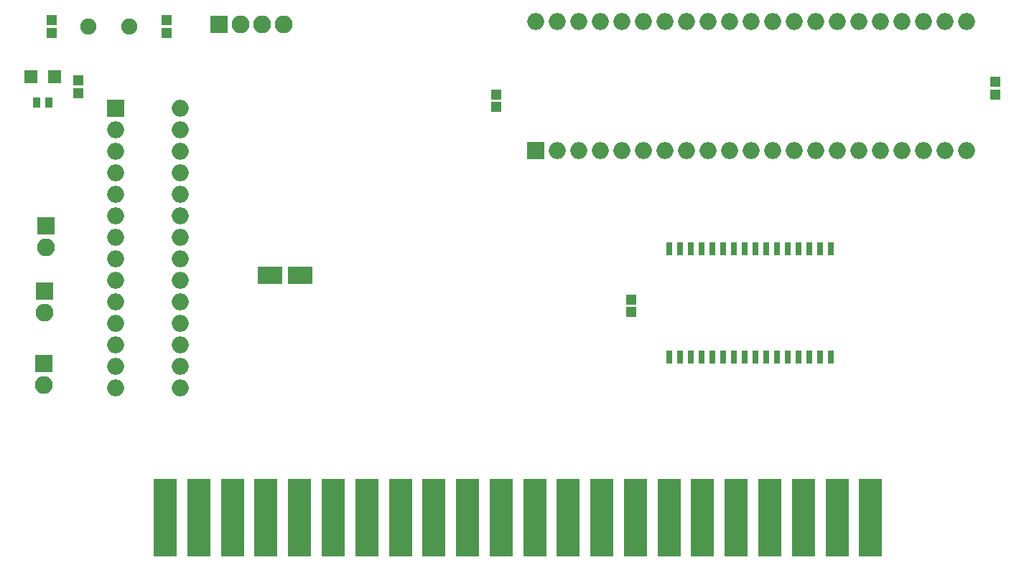
<source format=gbr>
G04 #@! TF.FileFunction,Soldermask,Top*
%FSLAX46Y46*%
G04 Gerber Fmt 4.6, Leading zero omitted, Abs format (unit mm)*
G04 Created by KiCad (PCBNEW 4.0.7) date 07/13/18 16:04:22*
%MOMM*%
%LPD*%
G01*
G04 APERTURE LIST*
%ADD10C,0.100000*%
%ADD11R,2.000000X2.000000*%
%ADD12O,2.000000X2.000000*%
%ADD13R,1.150000X1.200000*%
%ADD14R,3.000000X2.000000*%
%ADD15R,1.500000X1.500000*%
%ADD16R,2.100000X2.100000*%
%ADD17O,2.100000X2.100000*%
%ADD18R,0.900000X1.300000*%
%ADD19C,1.900000*%
%ADD20R,2.800000X9.200000*%
%ADD21R,0.800000X1.600000*%
G04 APERTURE END LIST*
D10*
D11*
X109080300Y-60985400D03*
D12*
X159880300Y-45745400D03*
X111620300Y-60985400D03*
X157340300Y-45745400D03*
X114160300Y-60985400D03*
X154800300Y-45745400D03*
X116700300Y-60985400D03*
X152260300Y-45745400D03*
X119240300Y-60985400D03*
X149720300Y-45745400D03*
X121780300Y-60985400D03*
X147180300Y-45745400D03*
X124320300Y-60985400D03*
X144640300Y-45745400D03*
X126860300Y-60985400D03*
X142100300Y-45745400D03*
X129400300Y-60985400D03*
X139560300Y-45745400D03*
X131940300Y-60985400D03*
X137020300Y-45745400D03*
X134480300Y-60985400D03*
X134480300Y-45745400D03*
X137020300Y-60985400D03*
X131940300Y-45745400D03*
X139560300Y-60985400D03*
X129400300Y-45745400D03*
X142100300Y-60985400D03*
X126860300Y-45745400D03*
X144640300Y-60985400D03*
X124320300Y-45745400D03*
X147180300Y-60985400D03*
X121780300Y-45745400D03*
X149720300Y-60985400D03*
X119240300Y-45745400D03*
X152260300Y-60985400D03*
X116700300Y-45745400D03*
X154800300Y-60985400D03*
X114160300Y-45745400D03*
X157340300Y-60985400D03*
X111620300Y-45745400D03*
X159880300Y-60985400D03*
X109080300Y-45745400D03*
D13*
X55118000Y-52678900D03*
X55118000Y-54178900D03*
X51968400Y-45541500D03*
X51968400Y-47041500D03*
X65570100Y-47079600D03*
X65570100Y-45579600D03*
D14*
X81345180Y-75717400D03*
X77745180Y-75717400D03*
D13*
X163220400Y-54356700D03*
X163220400Y-52856700D03*
X120309640Y-80043720D03*
X120309640Y-78543720D03*
X104404160Y-55817200D03*
X104404160Y-54317200D03*
D15*
X49539700Y-52273200D03*
X52339700Y-52273200D03*
D16*
X71755000Y-46062900D03*
D17*
X74295000Y-46062900D03*
X76835000Y-46062900D03*
X79375000Y-46062900D03*
D18*
X50189700Y-55295800D03*
X51689700Y-55295800D03*
D16*
X51054000Y-86067900D03*
D17*
X51054000Y-88607900D03*
D16*
X51181000Y-77558900D03*
D17*
X51181000Y-80098900D03*
D16*
X51308000Y-69811900D03*
D17*
X51308000Y-72351900D03*
D19*
X61188600Y-46329600D03*
X56308600Y-46329600D03*
D11*
X59570620Y-55918100D03*
D12*
X67190620Y-88938100D03*
X59570620Y-58458100D03*
X67190620Y-86398100D03*
X59570620Y-60998100D03*
X67190620Y-83858100D03*
X59570620Y-63538100D03*
X67190620Y-81318100D03*
X59570620Y-66078100D03*
X67190620Y-78778100D03*
X59570620Y-68618100D03*
X67190620Y-76238100D03*
X59570620Y-71158100D03*
X67190620Y-73698100D03*
X59570620Y-73698100D03*
X67190620Y-71158100D03*
X59570620Y-76238100D03*
X67190620Y-68618100D03*
X59570620Y-78778100D03*
X67190620Y-66078100D03*
X59570620Y-81318100D03*
X67190620Y-63538100D03*
X59570620Y-83858100D03*
X67190620Y-60998100D03*
X59570620Y-86398100D03*
X67190620Y-58458100D03*
X59570620Y-88938100D03*
X67190620Y-55918100D03*
D20*
X65399940Y-104279120D03*
X69359940Y-104279120D03*
X73319940Y-104279120D03*
X77279940Y-104279120D03*
X81239940Y-104279120D03*
X85199940Y-104279120D03*
X89159940Y-104279120D03*
X93119940Y-104279120D03*
X97079940Y-104279120D03*
X101039940Y-104279120D03*
X104999940Y-104279120D03*
X108959940Y-104279120D03*
X112919940Y-104279120D03*
X120839940Y-104279120D03*
X140639940Y-104279120D03*
X116879940Y-104279120D03*
X128759940Y-104279120D03*
X148559940Y-104279120D03*
X144599940Y-104279120D03*
X124799940Y-104279120D03*
X136679940Y-104279120D03*
X132719940Y-104279120D03*
D21*
X124835700Y-85343200D03*
X126105700Y-85343200D03*
X127375700Y-85343200D03*
X128645700Y-85343200D03*
X129915700Y-85343200D03*
X131185700Y-85343200D03*
X132455700Y-85343200D03*
X133725700Y-85343200D03*
X134995700Y-85343200D03*
X136265700Y-85343200D03*
X137535700Y-85343200D03*
X138805700Y-85343200D03*
X140075700Y-85343200D03*
X141345700Y-85343200D03*
X142615700Y-85343200D03*
X143885700Y-85343200D03*
X143885700Y-72543200D03*
X142615700Y-72543200D03*
X141345700Y-72543200D03*
X140075700Y-72543200D03*
X138805700Y-72543200D03*
X137535700Y-72543200D03*
X136265700Y-72543200D03*
X134995700Y-72543200D03*
X133725700Y-72543200D03*
X132455700Y-72543200D03*
X131185700Y-72543200D03*
X129915700Y-72543200D03*
X128645700Y-72543200D03*
X127375700Y-72543200D03*
X126105700Y-72543200D03*
X124835700Y-72543200D03*
M02*

</source>
